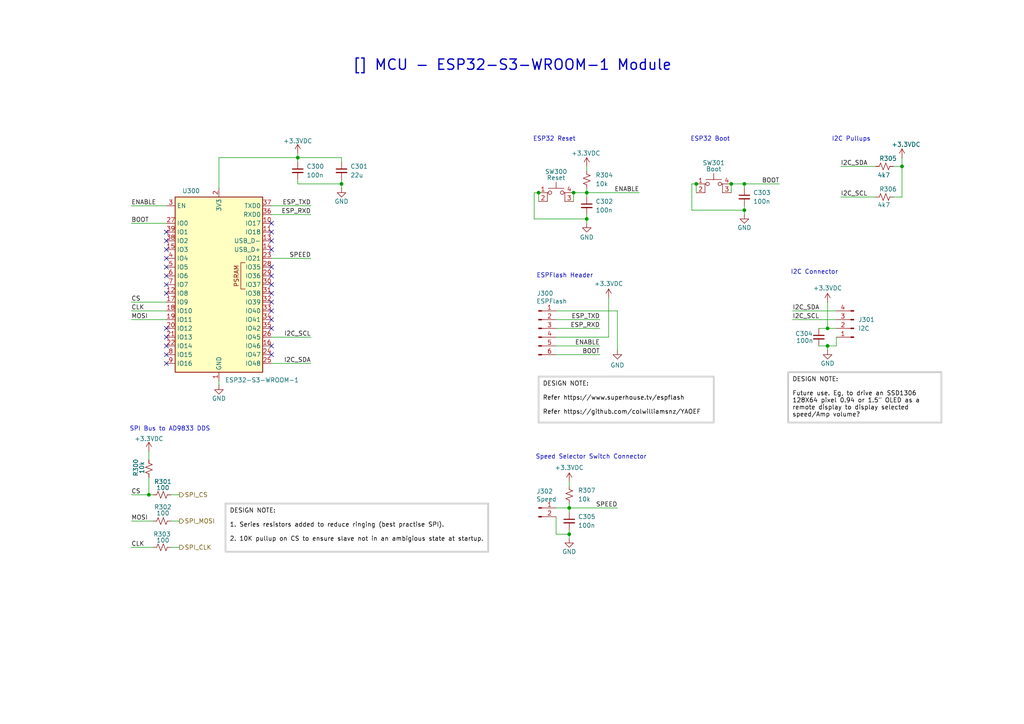
<source format=kicad_sch>
(kicad_sch (version 20250114) (generator "eeschema") (generator_version "9.0")
  (paper "A4")
  (title_block (title "MCU - ESP32-S3-WROOM-1 Module") (date "2025-07-15") (rev "1.0") (company "Wattle Labs"))
  (lib_symbols
    (symbol "Connector:Conn_01x02_Pin" (pin_names (offset 1.016) (hide yes))
      (property "Reference" "J" (at 0 2.54 0))
      (property "Value" "Conn_01x02_Pin" (at 0 -5.08 0))
      (symbol "Conn_01x02_Pin_1_1"
        (rectangle (start 0.8636 0.127) (end 0 -0.127) (stroke (width 0.1524)) (fill (type outline)))
        (rectangle (start 0.8636 -2.413) (end 0 -2.667) (stroke (width 0.1524)) (fill (type outline)))
        (polyline (pts (xy 1.27 0) (xy 0.8636 0)) (stroke (width 0.1524)))
        (polyline (pts (xy 1.27 -2.54) (xy 0.8636 -2.54)) (stroke (width 0.1524)))
        (pin passive line (at 5.08 0 180) (length 3.81) (name "Pin_1") (number "1"))
        (pin passive line (at 5.08 -2.54 180) (length 3.81) (name "Pin_2") (number "2"))
      )
    )
    (symbol "Connector:Conn_01x04_Pin" (pin_names (offset 1.016) (hide yes))
      (property "Reference" "J" (at 0 5.08 0))
      (property "Value" "Conn_01x04_Pin" (at 0 -7.62 0))
      (symbol "Conn_01x04_Pin_1_1"
        (rectangle (start 0.8636 2.667) (end 0 2.413) (stroke (width 0.1524)) (fill (type outline)))
        (rectangle (start 0.8636 0.127) (end 0 -0.127) (stroke (width 0.1524)) (fill (type outline)))
        (rectangle (start 0.8636 -2.413) (end 0 -2.667) (stroke (width 0.1524)) (fill (type outline)))
        (rectangle (start 0.8636 -4.953) (end 0 -5.207) (stroke (width 0.1524)) (fill (type outline)))
        (polyline (pts (xy 1.27 2.54) (xy 0.8636 2.54)) (stroke (width 0.1524)))
        (polyline (pts (xy 1.27 0) (xy 0.8636 0)) (stroke (width 0.1524)))
        (polyline (pts (xy 1.27 -2.54) (xy 0.8636 -2.54)) (stroke (width 0.1524)))
        (polyline (pts (xy 1.27 -5.08) (xy 0.8636 -5.08)) (stroke (width 0.1524)))
        (pin passive line (at 5.08 2.54 180) (length 3.81) (name "Pin_1") (number "1"))
        (pin passive line (at 5.08 0 180) (length 3.81) (name "Pin_2") (number "2"))
        (pin passive line (at 5.08 -2.54 180) (length 3.81) (name "Pin_3") (number "3"))
        (pin passive line (at 5.08 -5.08 180) (length 3.81) (name "Pin_4") (number "4"))
      )
    )
    (symbol "Connector:Conn_01x06_Pin" (pin_names (offset 1.016) (hide yes))
      (property "Reference" "J" (at 0 7.62 0))
      (property "Value" "Conn_01x06_Pin" (at 0 -10.16 0))
      (symbol "Conn_01x06_Pin_1_1"
        (rectangle (start 0.8636 5.207) (end 0 4.953) (stroke (width 0.1524)) (fill (type outline)))
        (rectangle (start 0.8636 2.667) (end 0 2.413) (stroke (width 0.1524)) (fill (type outline)))
        (rectangle (start 0.8636 0.127) (end 0 -0.127) (stroke (width 0.1524)) (fill (type outline)))
        (rectangle (start 0.8636 -2.413) (end 0 -2.667) (stroke (width 0.1524)) (fill (type outline)))
        (rectangle (start 0.8636 -4.953) (end 0 -5.207) (stroke (width 0.1524)) (fill (type outline)))
        (rectangle (start 0.8636 -7.493) (end 0 -7.747) (stroke (width 0.1524)) (fill (type outline)))
        (polyline (pts (xy 1.27 5.08) (xy 0.8636 5.08)) (stroke (width 0.1524)))
        (polyline (pts (xy 1.27 2.54) (xy 0.8636 2.54)) (stroke (width 0.1524)))
        (polyline (pts (xy 1.27 0) (xy 0.8636 0)) (stroke (width 0.1524)))
        (polyline (pts (xy 1.27 -2.54) (xy 0.8636 -2.54)) (stroke (width 0.1524)))
        (polyline (pts (xy 1.27 -5.08) (xy 0.8636 -5.08)) (stroke (width 0.1524)))
        (polyline (pts (xy 1.27 -7.62) (xy 0.8636 -7.62)) (stroke (width 0.1524)))
        (pin passive line (at 5.08 5.08 180) (length 3.81) (name "Pin_1") (number "1"))
        (pin passive line (at 5.08 2.54 180) (length 3.81) (name "Pin_2") (number "2"))
        (pin passive line (at 5.08 0 180) (length 3.81) (name "Pin_3") (number "3"))
        (pin passive line (at 5.08 -2.54 180) (length 3.81) (name "Pin_4") (number "4"))
        (pin passive line (at 5.08 -5.08 180) (length 3.81) (name "Pin_5") (number "5"))
        (pin passive line (at 5.08 -7.62 180) (length 3.81) (name "Pin_6") (number "6"))
      )
    )
    (symbol "Device:C_Small" (pin_numbers (hide yes)) (pin_names (offset 0.254) (hide yes))
      (property "Reference" "C" (at 0.254 1.778 0))
      (property "Value" "C_Small" (at 0.254 -2.032 0))
      (symbol "C_Small_0_1"
        (polyline (pts (xy -1.524 0.508) (xy 1.524 0.508)) (stroke (width 0.3048)))
        (polyline (pts (xy -1.524 -0.508) (xy 1.524 -0.508)) (stroke (width 0.3302)))
      )
      (symbol "C_Small_1_1"
        (pin passive line (at 0 2.54 270) (length 2.032) (name "~") (number "1"))
        (pin passive line (at 0 -2.54 90) (length 2.032) (name "~") (number "2"))
      )
    )
    (symbol "Device:R_Small_US" (pin_numbers (hide yes)) (pin_names (offset 0.254) (hide yes))
      (property "Reference" "R" (at 0.762 0.508 0))
      (property "Value" "R_Small_US" (at 0.762 -1.016 0))
      (symbol "R_Small_US_1_1"
        (polyline (pts (xy 0 1.524) (xy 1.016 1.143) (xy 0 0.762) (xy -1.016 0.381) (xy 0 0)))
        (polyline (pts (xy 0 0) (xy 1.016 -0.381) (xy 0 -0.762) (xy -1.016 -1.143) (xy 0 -1.524)))
        (pin passive line (at 0 2.54 270) (length 1.016) (name "~") (number "1"))
        (pin passive line (at 0 -2.54 90) (length 1.016) (name "~") (number "2"))
      )
    )
    (symbol "RF_Module:ESP32-S3-WROOM-1"
      (property "Reference" "U" (at -12.7 26.67 0))
      (property "Value" "ESP32-S3-WROOM-1" (at 12.7 26.67 0))
      (symbol "ESP32-S3-WROOM-1_0_0"
        (rectangle (start -12.7 25.4) (end 12.7 -25.4) (stroke (width 0.254)) (fill (type background)))
        (text "PSRAM" (at 5.08 2.54 900) (effects (font (size 1.27 1.27))))
      )
      (symbol "ESP32-S3-WROOM-1_0_1"
        (polyline (pts (xy 7.62 -1.27) (xy 6.35 -1.27) (xy 6.35 6.35) (xy 7.62 6.35)))
      )
      (symbol "ESP32-S3-WROOM-1_1_1"
        (pin input line (at -15.24 22.86 0) (length 2.54) (name "EN") (number "3"))
        (pin bidirectional line (at -15.24 17.78 0) (length 2.54) (name "IO0") (number "27"))
        (pin bidirectional line (at -15.24 15.24 0) (length 2.54) (name "IO1") (number "39"))
        (pin bidirectional line (at -15.24 12.7 0) (length 2.54) (name "IO2") (number "38"))
        (pin bidirectional line (at -15.24 10.16 0) (length 2.54) (name "IO3") (number "15"))
        (pin bidirectional line (at -15.24 7.62 0) (length 2.54) (name "IO4") (number "4"))
        (pin bidirectional line (at -15.24 5.08 0) (length 2.54) (name "IO5") (number "5"))
        (pin bidirectional line (at -15.24 2.54 0) (length 2.54) (name "IO6") (number "6"))
        (pin bidirectional line (at -15.24 0 0) (length 2.54) (name "IO7") (number "7"))
        (pin bidirectional line (at -15.24 -2.54 0) (length 2.54) (name "IO8") (number "12"))
        (pin bidirectional line (at -15.24 -5.08 0) (length 2.54) (name "IO9") (number "17"))
        (pin bidirectional line (at -15.24 -7.62 0) (length 2.54) (name "IO10") (number "18"))
        (pin bidirectional line (at -15.24 -10.16 0) (length 2.54) (name "IO11") (number "19"))
        (pin bidirectional line (at -15.24 -12.7 0) (length 2.54) (name "IO12") (number "20"))
        (pin bidirectional line (at -15.24 -15.24 0) (length 2.54) (name "IO13") (number "21"))
        (pin bidirectional line (at -15.24 -17.78 0) (length 2.54) (name "IO14") (number "22"))
        (pin bidirectional line (at -15.24 -20.32 0) (length 2.54) (name "IO15") (number "8"))
        (pin bidirectional line (at -15.24 -22.86 0) (length 2.54) (name "IO16") (number "9"))
        (pin power_in line (at 0 27.94 270) (length 2.54) (name "3V3") (number "2"))
        (pin power_in line (at 0 -27.94 90) (length 2.54) (name "GND") (number "1"))
        (pin passive line (at 0 -27.94 90) (length 2.54) (hide yes) (name "GND") (number "40"))
        (pin passive line (at 0 -27.94 90) (length 2.54) (hide yes) (name "GND") (number "41"))
        (pin bidirectional line (at 15.24 22.86 180) (length 2.54) (name "TXD0") (number "37"))
        (pin bidirectional line (at 15.24 20.32 180) (length 2.54) (name "RXD0") (number "36"))
        (pin bidirectional line (at 15.24 17.78 180) (length 2.54) (name "IO17") (number "10"))
        (pin bidirectional line (at 15.24 15.24 180) (length 2.54) (name "IO18") (number "11"))
        (pin bidirectional line (at 15.24 12.7 180) (length 2.54) (name "USB_D-") (number "13"))
        (pin bidirectional line (at 15.24 10.16 180) (length 2.54) (name "USB_D+") (number "14"))
        (pin bidirectional line (at 15.24 7.62 180) (length 2.54) (name "IO21") (number "23"))
        (pin bidirectional line (at 15.24 5.08 180) (length 2.54) (name "IO35") (number "28"))
        (pin bidirectional line (at 15.24 2.54 180) (length 2.54) (name "IO36") (number "29"))
        (pin bidirectional line (at 15.24 0 180) (length 2.54) (name "IO37") (number "30"))
        (pin bidirectional line (at 15.24 -2.54 180) (length 2.54) (name "IO38") (number "31"))
        (pin bidirectional line (at 15.24 -5.08 180) (length 2.54) (name "IO39") (number "32"))
        (pin bidirectional line (at 15.24 -7.62 180) (length 2.54) (name "IO40") (number "33"))
        (pin bidirectional line (at 15.24 -10.16 180) (length 2.54) (name "IO41") (number "34"))
        (pin bidirectional line (at 15.24 -12.7 180) (length 2.54) (name "IO42") (number "35"))
        (pin bidirectional line (at 15.24 -15.24 180) (length 2.54) (name "IO45") (number "26"))
        (pin bidirectional line (at 15.24 -17.78 180) (length 2.54) (name "IO46") (number "16"))
        (pin bidirectional line (at 15.24 -20.32 180) (length 2.54) (name "IO47") (number "24"))
        (pin bidirectional line (at 15.24 -22.86 180) (length 2.54) (name "IO48") (number "25"))
      )
    )
    (symbol "Switch:SW_MEC_5E" (pin_names (offset 1.016) (hide yes))
      (property "Reference" "SW" (at 0.635 5.715 0))
      (property "Value" "SW_MEC_5E" (at 0 -3.175 0))
      (symbol "SW_MEC_5E_0_1"
        (polyline (pts (xy -2.54 0) (xy -2.54 2.54) (xy -2.286 2.54)))
        (polyline (pts (xy -2.286 3.81) (xy 2.286 3.81)))
        (circle (center -1.778 2.54) (radius 0.508))
        (polyline (pts (xy 0 3.81) (xy 0 5.588)))
        (circle (center 1.778 2.54) (radius 0.508))
        (polyline (pts (xy 2.54 0) (xy 2.54 2.54) (xy 2.286 2.54)))
        (pin passive line (at -5.08 2.54 0) (length 2.54) (name "1") (number "1"))
        (pin passive line (at -5.08 0 0) (length 2.54) (name "2") (number "2"))
        (pin passive line (at 5.08 2.54 180) (length 2.54) (name "A") (number "4"))
        (pin passive line (at 5.08 0 180) (length 2.54) (name "K") (number "3"))
      )
    )
    (symbol "power:+3.3V" (power) (pin_numbers (hide yes)) (pin_names (offset 0) (hide yes))
      (property "Value" "+3.3V" (at 0 3.556 0))
      (symbol "+3.3V_0_1"
        (polyline (pts (xy -0.762 1.27) (xy 0 2.54)))
        (polyline (pts (xy 0 2.54) (xy 0.762 1.27)))
        (polyline (pts (xy 0 0) (xy 0 2.54)))
      )
      (symbol "+3.3V_1_1"
        (pin power_in line (at 0 0 90) (length 0) (name "~") (number "1"))
      )
    )
    (symbol "power:GND" (power) (pin_numbers (hide yes)) (pin_names (offset 0) (hide yes))
      (property "Value" "GND" (at 0 -3.81 0))
      (symbol "GND_0_1"
        (polyline (pts (xy 0 0) (xy 0 -1.27) (xy 1.27 -1.27) (xy 0 -2.54) (xy -1.27 -1.27) (xy 0 -1.27)))
      )
      (symbol "GND_1_1"
        (pin power_in line (at 0 0 270) (length 0) (name "~") (number "1"))
      )
    )
  )
  (text "I2C Connector" (at 236.22 78.994 0) (effects (font (size 1.27 1.27))))
  (text "I2C Pullups" (at 246.888 40.386 0) (effects (font (size 1.27 1.27))))
  (text "Speed Selector Switch Connector" (at 171.45 132.588 0) (effects (font (size 1.27 1.27))))
  (text "ESP32 Reset" (at 160.782 40.386 0) (effects (font (size 1.27 1.27))))
  (text "ESP32 Boot" (at 205.994 40.386 0) (effects (font (size 1.27 1.27))))
  (text "ESPFlash Header" (at 163.83 80.01 0) (effects (font (size 1.27 1.27))))
  (text "SPI Bus to AD9833 DDS" (at 49.276 124.46 0) (effects (font (size 1.27 1.27))))
  (text_box "DESIGN NOTE:\n\n1. Series resistors added to reduce ringing (best practise SPI).\n\n2. 10K pullup on CS to ensure slave not in an ambigious state at startup." (at 65.405 146.05 0) (size 76.2 13.97) (margins 1.2025 1.2025 1.2025 1.2025) (stroke (width 0.5) (color 200 200 200 1)) (effects (font (size 1.27 1.27)) (justify left top)))
  (text_box "DESIGN NOTE:\n\nFuture use. Eg, to drive an SSD1306 128X64 pixel 0.94 or 1.5\" OLED as a remote display to display selected speed/Amp volume?" (at 228.6 107.95 0) (size 44.45 14.605) (margins 1.2025 1.2025 1.2025 1.2025) (stroke (width 0.5) (color 200 200 200 1)) (effects (font (size 1.27 1.27)) (justify left top)))
  (text_box "[${#}] ${TITLE}" (at 12.065 12.065 0) (size 273.05 13.335) (margins 2.2499 2.2499 2.2499 2.2499) (stroke (width -0.0001)) (effects (font (size 3 3) (thickness 0.375))))
  (text_box "DESIGN NOTE:\n\nRefer https://www.superhouse.tv/espflash\n\nRefer https://github.com/colwilliamsnz/YAOEF" (at 156.21 109.22 0) (size 50.8 13.335) (margins 1.2025 1.2025 1.2025 1.2025) (stroke (width 0.5) (color 200 200 200 1)) (effects (font (size 1.27 1.27)) (justify left top)))
  (junction (at 212.09 53.34))
  (junction (at 156.21 55.88))
  (junction (at 215.9 60.96))
  (junction (at 240.03 95.25))
  (junction (at 99.06 53.34))
  (junction (at 166.37 55.88))
  (junction (at 165.1 147.32))
  (junction (at 86.36 45.72))
  (junction (at 165.1 154.94))
  (junction (at 170.18 63.5))
  (junction (at 261.62 48.26))
  (junction (at 215.9 53.34))
  (junction (at 201.93 53.34))
  (junction (at 43.18 143.51))
  (junction (at 240.03 100.33))
  (junction (at 170.18 55.88))
  (no_connect (at 48.26 67.31))
  (no_connect (at 48.26 82.55))
  (no_connect (at 48.26 77.47))
  (no_connect (at 78.74 77.47))
  (no_connect (at 78.74 102.87))
  (no_connect (at 78.74 69.85))
  (no_connect (at 78.74 95.25))
  (no_connect (at 78.74 87.63))
  (no_connect (at 78.74 72.39))
  (no_connect (at 78.74 92.71))
  (no_connect (at 78.74 100.33))
  (no_connect (at 78.74 67.31))
  (no_connect (at 48.26 100.33))
  (no_connect (at 48.26 80.01))
  (no_connect (at 78.74 80.01))
  (no_connect (at 48.26 72.39))
  (no_connect (at 48.26 105.41))
  (no_connect (at 48.26 85.09))
  (no_connect (at 48.26 69.85))
  (no_connect (at 78.74 85.09))
  (no_connect (at 48.26 95.25))
  (no_connect (at 78.74 82.55))
  (no_connect (at 48.26 102.87))
  (no_connect (at 78.74 90.17))
  (no_connect (at 78.74 64.77))
  (no_connect (at 48.26 74.93))
  (no_connect (at 48.26 97.79))
  (wire (pts (xy 38.1 143.51) (xy 43.18 143.51)))
  (wire (pts (xy 261.62 48.26) (xy 261.62 57.15)))
  (wire (pts (xy 78.74 97.79) (xy 90.17 97.79)))
  (wire (pts (xy 86.36 53.34) (xy 99.06 53.34)))
  (wire (pts (xy 165.1 139.7) (xy 165.1 140.97)))
  (wire (pts (xy 240.03 100.33) (xy 242.57 100.33)))
  (wire (pts (xy 243.84 48.26) (xy 254 48.26)))
  (wire (pts (xy 86.36 44.45) (xy 86.36 45.72)))
  (wire (pts (xy 179.07 90.17) (xy 179.07 101.6)))
  (wire (pts (xy 38.1 90.17) (xy 48.26 90.17)))
  (wire (pts (xy 43.18 138.43) (xy 43.18 143.51)))
  (wire (pts (xy 78.74 74.93) (xy 90.17 74.93)))
  (wire (pts (xy 43.18 143.51) (xy 44.45 143.51)))
  (wire (pts (xy 165.1 154.94) (xy 165.1 156.21)))
  (wire (pts (xy 165.1 147.32) (xy 165.1 148.59)))
  (wire (pts (xy 86.36 45.72) (xy 86.36 46.99)))
  (wire (pts (xy 170.18 48.26) (xy 170.18 49.53)))
  (wire (pts (xy 38.1 87.63) (xy 48.26 87.63)))
  (wire (pts (xy 38.1 64.77) (xy 48.26 64.77)))
  (wire (pts (xy 78.74 59.69) (xy 90.17 59.69)))
  (wire (pts (xy 170.18 62.23) (xy 170.18 63.5)))
  (wire (pts (xy 166.37 55.88) (xy 170.18 55.88)))
  (wire (pts (xy 166.37 55.88) (xy 166.37 58.42)))
  (wire (pts (xy 38.1 59.69) (xy 48.26 59.69)))
  (wire (pts (xy 261.62 57.15) (xy 259.08 57.15)))
  (wire (pts (xy 170.18 55.88) (xy 170.18 54.61)))
  (wire (pts (xy 161.29 102.87) (xy 173.99 102.87)))
  (wire (pts (xy 161.29 100.33) (xy 173.99 100.33)))
  (wire (pts (xy 215.9 53.34) (xy 226.06 53.34)))
  (wire (pts (xy 49.53 151.13) (xy 52.07 151.13)))
  (wire (pts (xy 161.29 147.32) (xy 165.1 147.32)))
  (wire (pts (xy 161.29 95.25) (xy 173.99 95.25)))
  (wire (pts (xy 200.66 60.96) (xy 215.9 60.96)))
  (wire (pts (xy 170.18 55.88) (xy 170.18 57.15)))
  (wire (pts (xy 161.29 92.71) (xy 173.99 92.71)))
  (wire (pts (xy 240.03 95.25) (xy 242.57 95.25)))
  (wire (pts (xy 38.1 92.71) (xy 48.26 92.71)))
  (wire (pts (xy 43.18 130.81) (xy 43.18 133.35)))
  (wire (pts (xy 86.36 45.72) (xy 63.5 45.72)))
  (wire (pts (xy 165.1 146.05) (xy 165.1 147.32)))
  (wire (pts (xy 170.18 64.77) (xy 170.18 63.5)))
  (wire (pts (xy 229.87 90.17) (xy 242.57 90.17)))
  (wire (pts (xy 154.94 55.88) (xy 154.94 63.5)))
  (wire (pts (xy 49.53 143.51) (xy 52.07 143.51)))
  (wire (pts (xy 99.06 45.72) (xy 99.06 46.99)))
  (wire (pts (xy 156.21 55.88) (xy 156.21 58.42)))
  (wire (pts (xy 161.29 97.79) (xy 176.53 97.79)))
  (wire (pts (xy 200.66 53.34) (xy 201.93 53.34)))
  (wire (pts (xy 261.62 48.26) (xy 259.08 48.26)))
  (wire (pts (xy 38.1 151.13) (xy 44.45 151.13)))
  (wire (pts (xy 78.74 105.41) (xy 90.17 105.41)))
  (wire (pts (xy 161.29 149.86) (xy 161.29 154.94)))
  (wire (pts (xy 161.29 90.17) (xy 179.07 90.17)))
  (wire (pts (xy 261.62 45.72) (xy 261.62 48.26)))
  (wire (pts (xy 170.18 55.88) (xy 185.42 55.88)))
  (wire (pts (xy 215.9 53.34) (xy 215.9 54.61)))
  (wire (pts (xy 86.36 53.34) (xy 86.36 52.07)))
  (wire (pts (xy 78.74 62.23) (xy 90.17 62.23)))
  (wire (pts (xy 240.03 100.33) (xy 240.03 101.6)))
  (wire (pts (xy 161.29 154.94) (xy 165.1 154.94)))
  (wire (pts (xy 237.49 95.25) (xy 240.03 95.25)))
  (wire (pts (xy 240.03 87.63) (xy 240.03 95.25)))
  (wire (pts (xy 243.84 57.15) (xy 254 57.15)))
  (wire (pts (xy 200.66 53.34) (xy 200.66 60.96)))
  (wire (pts (xy 212.09 53.34) (xy 212.09 55.88)))
  (wire (pts (xy 49.53 158.75) (xy 52.07 158.75)))
  (wire (pts (xy 240.03 100.33) (xy 237.49 100.33)))
  (wire (pts (xy 86.36 45.72) (xy 99.06 45.72)))
  (wire (pts (xy 212.09 53.34) (xy 215.9 53.34)))
  (wire (pts (xy 176.53 86.36) (xy 176.53 97.79)))
  (wire (pts (xy 165.1 153.67) (xy 165.1 154.94)))
  (wire (pts (xy 99.06 53.34) (xy 99.06 54.61)))
  (wire (pts (xy 63.5 110.49) (xy 63.5 111.76)))
  (wire (pts (xy 99.06 53.34) (xy 99.06 52.07)))
  (wire (pts (xy 154.94 55.88) (xy 156.21 55.88)))
  (wire (pts (xy 242.57 100.33) (xy 242.57 97.79)))
  (wire (pts (xy 201.93 53.34) (xy 201.93 55.88)))
  (wire (pts (xy 63.5 45.72) (xy 63.5 54.61)))
  (wire (pts (xy 154.94 63.5) (xy 170.18 63.5)))
  (wire (pts (xy 165.1 147.32) (xy 179.07 147.32)))
  (wire (pts (xy 215.9 59.69) (xy 215.9 60.96)))
  (wire (pts (xy 229.87 92.71) (xy 242.57 92.71)))
  (wire (pts (xy 215.9 62.23) (xy 215.9 60.96)))
  (wire (pts (xy 38.1 158.75) (xy 44.45 158.75)))
  (label "MOSI" (at 38.1 92.71 0))
  (label "CLK" (at 38.1 90.17 0))
  (label "I2C_SCL" (at 243.84 57.15 0))
  (label "I2C_SDA" (at 229.87 90.17 0))
  (label "ENABLE" (at 173.99 100.33 180))
  (label "CS" (at 38.1 87.63 0))
  (label "I2C_SDA" (at 243.84 48.26 0))
  (label "SPEED" (at 179.07 147.32 180))
  (label "BOOT" (at 173.99 102.87 180))
  (label "BOOT" (at 38.1 64.77 0))
  (label "SPEED" (at 90.17 74.93 180))
  (label "ESP_TXD" (at 90.17 59.69 180))
  (label "ESP_RXD" (at 90.17 62.23 180))
  (label "CLK" (at 38.1 158.75 0))
  (label "I2C_SCL" (at 229.87 92.71 0))
  (label "I2C_SCL" (at 90.17 97.79 180))
  (label "ENABLE" (at 38.1 59.69 0))
  (label "MOSI" (at 38.1 151.13 0))
  (label "CS" (at 38.1 143.51 0))
  (label "I2C_SDA" (at 90.17 105.41 180))
  (label "ESP_TXD" (at 173.99 92.71 180))
  (label "ESP_RXD" (at 173.99 95.25 180))
  (label "ENABLE" (at 185.42 55.88 180))
  (label "BOOT" (at 226.06 53.34 180))
  (hierarchical_label "SPI_MOSI" (shape output) (at 52.07 151.13 0))
  (hierarchical_label "SPI_CS" (shape output) (at 52.07 143.51 0))
  (hierarchical_label "SPI_CLK" (shape output) (at 52.07 158.75 0))
  (symbol (lib_id "Device:R_Small_US") (at 46.99 158.75 90) (unit 1)
    (property "Reference" "R303" (at 46.99 154.94 90))
    (property "Value" "100" (at 47.244 156.718 90))
    (property "Footprint" "Resistor_SMD:R_0603_1608Metric" (effects (hide yes)))
    (property "Description" "Resistor, small US symbol" (effects (hide yes)))
    (property "Digikey_PN" "311-100HRCT-ND" (effects (hide yes)))
  )
  (symbol (lib_id "power:+3.3V") (at 165.1 139.7 0) (unit 1)
    (property "Reference" "#PWR04" (effects (hide yes)))
    (property "Value" "+3.3VDC" (at 165.1 135.636 0))
    (property "Description" "Power symbol creates a global label with name \"+3.3V\"" (effects (hide yes)))
  )
  (symbol (lib_id "Connector:Conn_01x02_Pin") (at 156.21 147.32 0) (unit 1) (in_bom no)
    (property "Reference" "J302" (at 157.988 142.494 0))
    (property "Value" "Speed" (at 158.496 144.78 0))
    (property "Footprint" "Connector_PinHeader_2.54mm:PinHeader_1x02_P2.54mm_Vertical" (effects (hide yes)))
    (property "Description" "Generic connector, single row, 01x02, script generated" (effects (hide yes)))
    (property "Silk" "SPEED" (effects (hide yes)))
  )
  (symbol (lib_id "Device:C_Small") (at 237.49 97.79 0) (unit 1)
    (property "Reference" "C304" (at 230.632 96.774 0) (effects (justify left)))
    (property "Value" "100n" (at 230.886 98.806 0) (effects (justify left)))
    (property "Footprint" "Capacitor_SMD:C_0603_1608Metric" (effects (hide yes)))
    (property "Description" "Unpolarized capacitor, small symbol" (effects (hide yes)))
    (property "Digikey_PN" "399-C0603C104K4RACTUCT-ND" (effects (hide yes)))
  )
  (symbol (lib_id "power:GND") (at 99.06 54.61 0) (unit 1)
    (property "Reference" "#PWR0303" (effects (hide yes)))
    (property "Value" "GND" (at 99.06 58.42 0))
    (property "Description" "Power symbol creates a global label with name \"GND\" , ground" (effects (hide yes)))
  )
  (symbol (lib_id "power:GND") (at 63.5 111.76 0) (unit 1)
    (property "Reference" "#PWR0301" (effects (hide yes)))
    (property "Value" "GND" (at 63.5 115.57 0))
    (property "Description" "Power symbol creates a global label with name \"GND\" , ground" (effects (hide yes)))
  )
  (symbol (lib_id "Device:R_Small_US") (at 256.54 48.26 270) (unit 1)
    (property "Reference" "R305" (at 255.016 45.974 90) (effects (justify left)))
    (property "Value" "4k7" (at 254.508 50.8 90) (effects (justify left)))
    (property "Footprint" "Resistor_SMD:R_0603_1608Metric" (effects (hide yes)))
    (property "Description" "Resistor, small US symbol" (effects (hide yes)))
    (property "Digikey_PN" "541-3993-1-ND" (effects (hide yes)))
  )
  (symbol (lib_id "Device:R_Small_US") (at 165.1 143.51 180) (unit 1)
    (property "Reference" "R307" (at 167.64 142.2399 0) (effects (justify right)))
    (property "Value" "10k" (at 167.64 144.7799 0) (effects (justify right)))
    (property "Footprint" "Resistor_SMD:R_0603_1608Metric" (effects (hide yes)))
    (property "Description" "Resistor, small US symbol" (effects (hide yes)))
    (property "Digikey_PN" "541-10.0KHCT-ND" (effects (hide yes)))
  )
  (symbol (lib_id "Device:C_Small") (at 165.1 151.13 0) (unit 1)
    (property "Reference" "C305" (at 167.64 149.8662 0) (effects (justify left)))
    (property "Value" "100n" (at 167.64 152.4062 0) (effects (justify left)))
    (property "Footprint" "Capacitor_SMD:C_0603_1608Metric" (effects (hide yes)))
    (property "Description" "Unpolarized capacitor, small symbol" (effects (hide yes)))
    (property "Digikey_PN" "399-C0603C104K4RACTUCT-ND" (effects (hide yes)))
  )
  (symbol (lib_id "power:+3.3V") (at 86.36 44.45 0) (unit 1)
    (property "Reference" "#PWR0302" (effects (hide yes)))
    (property "Value" "+3.3VDC" (at 86.36 40.894 0))
    (property "Description" "Power symbol creates a global label with name \"+3.3V\"" (effects (hide yes)))
  )
  (symbol (lib_id "power:+3.3V") (at 176.53 86.36 0) (unit 1)
    (property "Reference" "#PWR0306" (effects (hide yes)))
    (property "Value" "+3.3VDC" (at 176.53 82.296 0))
    (property "Description" "Power symbol creates a global label with name \"+3.3V\"" (effects (hide yes)))
  )
  (symbol (lib_id "power:+3.3V") (at 240.03 87.63 0) (unit 1)
    (property "Reference" "#PWR01" (effects (hide yes)))
    (property "Value" "+3.3VDC" (at 240.03 83.566 0))
    (property "Description" "Power symbol creates a global label with name \"+3.3V\"" (effects (hide yes)))
  )
  (symbol (lib_id "Switch:SW_MEC_5E") (at 161.29 58.42 0) (unit 1)
    (property "Reference" "SW300" (at 161.29 49.784 0))
    (property "Value" "Reset" (at 161.29 51.562 0))
    (property "Footprint" "Wattle_Switches:PTS810" (effects (hide yes)))
    (property "Datasheet" "https://www.ckswitches.com/media/1476/pts810.pdf" (effects (hide yes)))
    (property "Description" "Tactile Switch SPST-NO Top Actuated Surface Mount" (effects (hide yes)))
    (property "Supplier" "https://www.digikey.co.nz/en/products/detail/c-k/PTS810SJS250SMTR-LFS/4142163" (effects (hide yes)))
    (property "Digikey_PN" "CKN10878CT-ND" (effects (hide yes)))
  )
  (symbol (lib_id "Device:R_Small_US") (at 170.18 52.07 180) (unit 1)
    (property "Reference" "R304" (at 172.72 50.7999 0) (effects (justify right)))
    (property "Value" "10k" (at 172.72 53.3399 0) (effects (justify right)))
    (property "Footprint" "Resistor_SMD:R_0603_1608Metric" (effects (hide yes)))
    (property "Description" "Resistor, small US symbol" (effects (hide yes)))
    (property "Digikey_PN" "541-10.0KHCT-ND" (effects (hide yes)))
  )
  (symbol (lib_id "Device:C_Small") (at 215.9 57.15 0) (unit 1)
    (property "Reference" "C303" (at 218.44 55.8862 0) (effects (justify left)))
    (property "Value" "100n" (at 218.44 58.4262 0) (effects (justify left)))
    (property "Footprint" "Capacitor_SMD:C_0603_1608Metric" (effects (hide yes)))
    (property "Description" "Unpolarized capacitor, small symbol" (effects (hide yes)))
    (property "Digikey_PN" "399-C0603C104K4RACTUCT-ND" (effects (hide yes)))
  )
  (symbol (lib_id "Connector:Conn_01x06_Pin") (at 156.21 95.25 0) (unit 1) (in_bom no)
    (property "Reference" "J300" (at 158.115 85.09 0))
    (property "Value" "ESPFlash" (at 160.02 87.376 0))
    (property "Footprint" "Connector_PinSocket_2.54mm:PinSocket_1x06_P2.54mm_Vertical" (effects (hide yes)))
    (property "Description" "Generic connector, single row, 01x06, script generated" (effects (hide yes)))
    (property "Digikey_PN" "61300611821" (effects (hide yes)))
    (property "Silk" "ESPFLASH" (effects (hide yes)))
  )
  (symbol (lib_id "power:+3.3V") (at 170.18 48.26 0) (unit 1)
    (property "Reference" "#PWR0304" (effects (hide yes)))
    (property "Value" "+3.3VDC" (at 169.926 44.45 0))
    (property "Description" "Power symbol creates a global label with name \"+3.3V\"" (effects (hide yes)))
  )
  (symbol (lib_id "power:GND") (at 170.18 64.77 0) (unit 1)
    (property "Reference" "#PWR0305" (effects (hide yes)))
    (property "Value" "GND" (at 170.18 68.834 0))
    (property "Description" "Power symbol creates a global label with name \"GND\" , ground" (effects (hide yes)))
  )
  (symbol (lib_id "Device:R_Small_US") (at 43.18 135.89 180) (unit 1)
    (property "Reference" "R300" (at 39.37 135.636 90))
    (property "Value" "10k" (at 41.148 135.636 90))
    (property "Footprint" "Resistor_SMD:R_0603_1608Metric" (effects (hide yes)))
    (property "Description" "Resistor, small US symbol" (effects (hide yes)))
    (property "Digikey_PN" "541-10.0KHCT-ND" (effects (hide yes)))
  )
  (symbol (lib_id "Connector:Conn_01x04_Pin") (at 247.65 95.25 180) (unit 1) (in_bom no)
    (property "Reference" "J301" (at 248.92 92.7099 0) (effects (justify right)))
    (property "Value" "I2C" (at 248.92 95.2499 0) (effects (justify right)))
    (property "Footprint" "Connector_PinHeader_2.54mm:PinHeader_1x04_P2.54mm_Vertical" (effects (hide yes)))
    (property "Description" "Generic connector, single row, 01x04, script generated" (effects (hide yes)))
    (property "Silk" "I^{2}C" (effects (hide yes)))
  )
  (symbol (lib_id "Device:C_Small") (at 99.06 49.53 0) (unit 1)
    (property "Reference" "C301" (at 101.6 48.2662 0) (effects (justify left)))
    (property "Value" "22u" (at 101.6 50.8062 0) (effects (justify left)))
    (property "Footprint" "Capacitor_SMD:C_0805_2012Metric" (effects (hide yes)))
    (property "Description" "CAP CER 22UF 35V X5R 0805" (effects (hide yes)))
    (property "Digikey_PN" "445-14428-1-ND" (effects (hide yes)))
  )
  (symbol (lib_id "power:GND") (at 179.07 101.6 0) (unit 1)
    (property "Reference" "#PWR0307" (effects (hide yes)))
    (property "Value" "GND" (at 179.07 105.918 0))
    (property "Description" "Power symbol creates a global label with name \"GND\" , ground" (effects (hide yes)))
  )
  (symbol (lib_id "Device:R_Small_US") (at 256.54 57.15 270) (unit 1)
    (property "Reference" "R306" (at 255.016 54.864 90) (effects (justify left)))
    (property "Value" "4k7" (at 254.508 59.436 90) (effects (justify left)))
    (property "Footprint" "Resistor_SMD:R_0603_1608Metric" (effects (hide yes)))
    (property "Description" "Resistor, small US symbol" (effects (hide yes)))
    (property "Digikey_PN" "541-3993-1-ND" (effects (hide yes)))
  )
  (symbol (lib_id "power:+3.3V") (at 261.62 45.72 0) (unit 1)
    (property "Reference" "#PWR0309" (effects (hide yes)))
    (property "Value" "+3.3VDC" (at 258.572 41.91 0) (effects (justify left)))
    (property "Description" "Power symbol creates a global label with name \"+3.3V\"" (effects (hide yes)))
  )
  (symbol (lib_id "power:GND") (at 215.9 62.23 0) (unit 1)
    (property "Reference" "#PWR0308" (effects (hide yes)))
    (property "Value" "GND" (at 215.9 66.04 0))
    (property "Description" "Power symbol creates a global label with name \"GND\" , ground" (effects (hide yes)))
  )
  (symbol (lib_id "Switch:SW_MEC_5E") (at 207.01 55.88 0) (unit 1)
    (property "Reference" "SW301" (at 207.01 47.244 0))
    (property "Value" "Boot" (at 207.01 49.022 0))
    (property "Footprint" "Wattle_Switches:PTS810" (effects (hide yes)))
    (property "Datasheet" "https://www.ckswitches.com/media/1476/pts810.pdf" (effects (hide yes)))
    (property "Description" "Tactile Switch SPST-NO Top Actuated Surface Mount" (effects (hide yes)))
    (property "Supplier" "https://www.digikey.co.nz/en/products/detail/c-k/PTS810SJS250SMTR-LFS/4142163" (effects (hide yes)))
    (property "Digikey_PN" "CKN10878CT-ND" (effects (hide yes)))
  )
  (symbol (lib_id "power:+3.3V") (at 43.18 130.81 0) (unit 1)
    (property "Reference" "#PWR0300" (effects (hide yes)))
    (property "Value" "+3.3VDC" (at 43.18 127.254 0))
    (property "Description" "Power symbol creates a global label with name \"+3.3V\"" (effects (hide yes)))
  )
  (symbol (lib_id "power:GND") (at 165.1 156.21 0) (unit 1)
    (property "Reference" "#PWR03" (effects (hide yes)))
    (property "Value" "GND" (at 165.1 160.02 0))
    (property "Description" "Power symbol creates a global label with name \"GND\" , ground" (effects (hide yes)))
  )
  (symbol (lib_id "Device:R_Small_US") (at 46.99 151.13 90) (unit 1)
    (property "Reference" "R302" (at 47.244 147.066 90))
    (property "Value" "100" (at 47.244 148.844 90))
    (property "Footprint" "Resistor_SMD:R_0603_1608Metric" (effects (hide yes)))
    (property "Description" "Resistor, small US symbol" (effects (hide yes)))
    (property "Digikey_PN" "311-100HRCT-ND" (effects (hide yes)))
  )
  (symbol (lib_id "power:GND") (at 240.03 101.6 0) (unit 1)
    (property "Reference" "#PWR02" (effects (hide yes)))
    (property "Value" "GND" (at 240.03 105.41 0))
    (property "Description" "Power symbol creates a global label with name \"GND\" , ground" (effects (hide yes)))
  )
  (symbol (lib_id "Device:C_Small") (at 86.36 49.53 0) (unit 1)
    (property "Reference" "C300" (at 88.9 48.2662 0) (effects (justify left)))
    (property "Value" "100n" (at 88.9 50.8062 0) (effects (justify left)))
    (property "Footprint" "Capacitor_SMD:C_0603_1608Metric" (effects (hide yes)))
    (property "Description" "0.1 µF ±10% 16V Ceramic Capacitor X7R 0603 (1608 Metric)" (effects (hide yes)))
    (property "Supplier" "https://www.digikey.co.nz/en/products/detail/yageo/CC0603KRX7R7BB104/302822" (effects (hide yes)))
    (property "Digikey_PN" "399-C0603C104K4RACTUCT-ND" (effects (hide yes)))
  )
  (symbol (lib_id "Device:R_Small_US") (at 46.99 143.51 90) (unit 1)
    (property "Reference" "R301" (at 47.244 139.7 90))
    (property "Value" "100" (at 47.244 141.478 90))
    (property "Footprint" "Resistor_SMD:R_0603_1608Metric" (effects (hide yes)))
    (property "Description" "Resistor, small US symbol" (effects (hide yes)))
    (property "Digikey_PN" "311-100HRCT-ND" (effects (hide yes)))
  )
  (symbol (lib_id "RF_Module:ESP32-S3-WROOM-1") (at 63.5 82.55 0) (unit 1)
    (property "Reference" "U300" (at 52.832 55.372 0) (effects (justify left)))
    (property "Value" "ESP32-S3-WROOM-1" (at 65.278 110.236 0) (effects (justify left)))
    (property "Footprint" "RF_Module:ESP32-S3-WROOM-1" (effects (hide yes)))
    (property "Datasheet" "https://www.espressif.com/sites/default/files/documentation/esp32-s3-wroom-1_wroom-1u_datasheet_en.pdf" (effects (hide yes)))
    (property "Description" "RF Module, ESP32-S3 SoC, Wi-Fi 802.11b/g/n, Bluetooth, BLE, 32-bit, 3.3V, onboard antenna, SMD" (effects (hide yes)))
    (property "Digikey_PN" "1965-ESP32-S3-WROOM-1U-N8CT-ND" (effects (hide yes)))
  )
  (symbol (lib_id "Device:C_Small") (at 170.18 59.69 0) (unit 1)
    (property "Reference" "C302" (at 172.72 58.4262 0) (effects (justify left)))
    (property "Value" "100n" (at 172.72 60.9662 0) (effects (justify left)))
    (property "Footprint" "Capacitor_SMD:C_0603_1608Metric" (effects (hide yes)))
    (property "Description" "Unpolarized capacitor, small symbol" (effects (hide yes)))
    (property "Digikey_PN" "399-C0603C104K4RACTUCT-ND" (effects (hide yes)))
  )
)
</source>
